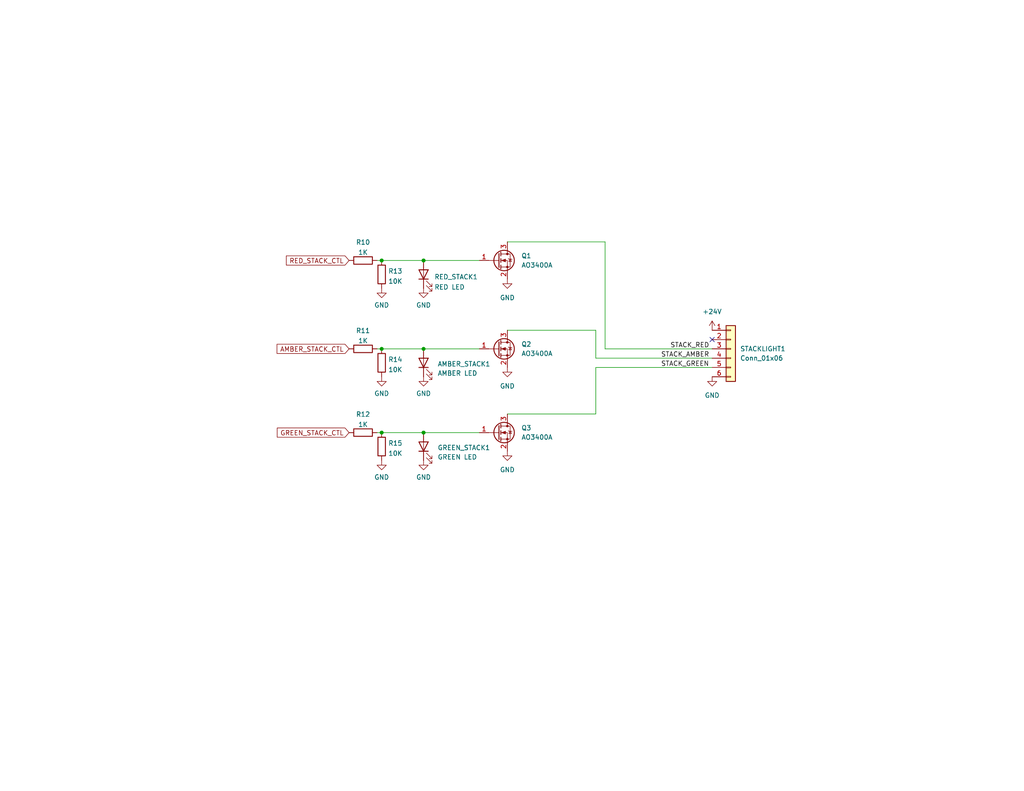
<source format=kicad_sch>
(kicad_sch (version 20211123) (generator eeschema)
  (paper "A")
  (title_block (title "Stacklight Control") (date "2022-10-17") (rev "1") (company "i3Detroit"))
  (lib_symbols
    (symbol "Connector_Generic:Conn_01x06" (pin_names (offset 1.016) hide)
      (property "Reference" "J" (at 0 7.62 0))
      (property "Value" "Conn_01x06" (at 0 -10.16 0))
      (symbol "Conn_01x06_1_1"
        (rectangle (start -1.27 -7.493) (end 0 -7.747) (stroke (width 0.1524)))
        (rectangle (start -1.27 -4.953) (end 0 -5.207) (stroke (width 0.1524)))
        (rectangle (start -1.27 -2.413) (end 0 -2.667) (stroke (width 0.1524)))
        (rectangle (start -1.27 0.127) (end 0 -0.127) (stroke (width 0.1524)))
        (rectangle (start -1.27 2.667) (end 0 2.413) (stroke (width 0.1524)))
        (rectangle (start -1.27 5.207) (end 0 4.953) (stroke (width 0.1524)))
        (rectangle (start -1.27 6.35) (end 1.27 -8.89) (stroke (width 0.254)) (fill (type background)))
        (pin passive line (at -5.08 5.08 0) (length 3.81) (name "Pin_1") (number "1"))
        (pin passive line (at -5.08 2.54 0) (length 3.81) (name "Pin_2") (number "2"))
        (pin passive line (at -5.08 0 0) (length 3.81) (name "Pin_3") (number "3"))
        (pin passive line (at -5.08 -2.54 0) (length 3.81) (name "Pin_4") (number "4"))
        (pin passive line (at -5.08 -5.08 0) (length 3.81) (name "Pin_5") (number "5"))
        (pin passive line (at -5.08 -7.62 0) (length 3.81) (name "Pin_6") (number "6"))
      )
    )
    (symbol "Device:LED" (pin_numbers hide) (pin_names (offset 1.016) hide)
      (property "Reference" "D" (at 0 2.54 0))
      (property "Value" "LED" (at 0 -2.54 0))
      (symbol "LED_0_1"
        (polyline (pts (xy -1.27 -1.27) (xy -1.27 1.27)) (stroke (width 0.254)))
        (polyline (pts (xy -1.27 0) (xy 1.27 0)))
        (polyline (pts (xy 1.27 -1.27) (xy 1.27 1.27) (xy -1.27 0) (xy 1.27 -1.27)) (stroke (width 0.254)))
        (polyline (pts (xy -3.048 -0.762) (xy -4.572 -2.286) (xy -3.81 -2.286) (xy -4.572 -2.286) (xy -4.572 -1.524)))
        (polyline (pts (xy -1.778 -0.762) (xy -3.302 -2.286) (xy -2.54 -2.286) (xy -3.302 -2.286) (xy -3.302 -1.524)))
      )
      (symbol "LED_1_1"
        (pin passive line (at -3.81 0 0) (length 2.54) (name "K") (number "1"))
        (pin passive line (at 3.81 0 180) (length 2.54) (name "A") (number "2"))
      )
    )
    (symbol "Device:R" (pin_numbers hide) (pin_names (offset 0))
      (property "Reference" "R" (at 2.032 0 90))
      (property "Value" "R" (at 0 0 90))
      (symbol "R_0_1"
        (rectangle (start -1.016 -2.54) (end 1.016 2.54) (stroke (width 0.254)))
      )
      (symbol "R_1_1"
        (pin passive line (at 0 3.81 270) (length 1.27) (name "~") (number "1"))
        (pin passive line (at 0 -3.81 90) (length 1.27) (name "~") (number "2"))
      )
    )
    (symbol "Transistor_FET:AO3400A" (pin_names hide)
      (property "Reference" "Q" (at 5.08 1.905 0))
      (property "Value" "AO3400A" (at 5.08 0 0))
      (symbol "AO3400A_0_1"
        (polyline (pts (xy 0.254 0) (xy -2.54 0)))
        (polyline (pts (xy 0.254 1.905) (xy 0.254 -1.905)) (stroke (width 0.254)))
        (polyline (pts (xy 0.762 -1.27) (xy 0.762 -2.286)) (stroke (width 0.254)))
        (polyline (pts (xy 0.762 0.508) (xy 0.762 -0.508)) (stroke (width 0.254)))
        (polyline (pts (xy 0.762 2.286) (xy 0.762 1.27)) (stroke (width 0.254)))
        (polyline (pts (xy 2.54 2.54) (xy 2.54 1.778)))
        (polyline (pts (xy 2.54 -2.54) (xy 2.54 0) (xy 0.762 0)))
        (polyline (pts (xy 0.762 -1.778) (xy 3.302 -1.778) (xy 3.302 1.778) (xy 0.762 1.778)))
        (polyline (pts (xy 1.016 0) (xy 2.032 0.381) (xy 2.032 -0.381) (xy 1.016 0)) (fill (type outline)))
        (polyline (pts (xy 2.794 0.508) (xy 2.921 0.381) (xy 3.683 0.381) (xy 3.81 0.254)))
        (polyline (pts (xy 3.302 0.381) (xy 2.921 -0.254) (xy 3.683 -0.254) (xy 3.302 0.381)))
        (circle (center 1.651 0) (radius 2.794) (stroke (width 0.254)))
        (circle (center 2.54 -1.778) (radius 0.254) (fill (type outline)))
        (circle (center 2.54 1.778) (radius 0.254) (fill (type outline)))
      )
      (symbol "AO3400A_1_1"
        (pin input line (at -5.08 0 0) (length 2.54) (name "G") (number "1"))
        (pin passive line (at 2.54 -5.08 90) (length 2.54) (name "S") (number "2"))
        (pin passive line (at 2.54 5.08 270) (length 2.54) (name "D") (number "3"))
      )
    )
    (symbol "power:+24V" (power) (pin_names (offset 0))
      (property "Value" "+24V" (at 0 3.556 0))
      (symbol "+24V_0_1"
        (polyline (pts (xy -0.762 1.27) (xy 0 2.54)))
        (polyline (pts (xy 0 0) (xy 0 2.54)))
        (polyline (pts (xy 0 2.54) (xy 0.762 1.27)))
      )
      (symbol "+24V_1_1"
        (pin power_in line (at 0 0 90) (length 0) hide (name "+24V") (number "1"))
      )
    )
    (symbol "power:GND" (power) (pin_names (offset 0))
      (property "Value" "GND" (at 0 -3.81 0))
      (symbol "GND_0_1"
        (polyline (pts (xy 0 0) (xy 0 -1.27) (xy 1.27 -1.27) (xy 0 -2.54) (xy -1.27 -1.27) (xy 0 -1.27)))
      )
      (symbol "GND_1_1"
        (pin power_in line (at 0 0 270) (length 0) hide (name "GND") (number "1"))
      )
    )
  )
  (junction (at 104.14 118.11))
  (junction (at 115.57 95.25))
  (junction (at 115.57 118.11))
  (junction (at 104.14 95.25))
  (junction (at 115.57 71.12))
  (junction (at 104.14 71.12))
  (no_connect (at 194.31 92.71))
  (wire (pts (xy 115.57 118.11) (xy 130.81 118.11)))
  (wire (pts (xy 162.56 90.17) (xy 138.43 90.17)))
  (wire (pts (xy 138.43 113.03) (xy 162.56 113.03)))
  (wire (pts (xy 165.1 66.04) (xy 138.43 66.04)))
  (wire (pts (xy 115.57 71.12) (xy 130.81 71.12)))
  (wire (pts (xy 162.56 100.33) (xy 162.56 113.03)))
  (wire (pts (xy 104.14 71.12) (xy 115.57 71.12)))
  (wire (pts (xy 162.56 100.33) (xy 194.31 100.33)))
  (wire (pts (xy 165.1 95.25) (xy 165.1 66.04)))
  (wire (pts (xy 162.56 97.79) (xy 194.31 97.79)))
  (wire (pts (xy 102.87 118.11) (xy 104.14 118.11)))
  (wire (pts (xy 115.57 95.25) (xy 130.81 95.25)))
  (wire (pts (xy 102.87 71.12) (xy 104.14 71.12)))
  (wire (pts (xy 162.56 97.79) (xy 162.56 90.17)))
  (wire (pts (xy 165.1 95.25) (xy 194.31 95.25)))
  (wire (pts (xy 104.14 118.11) (xy 115.57 118.11)))
  (wire (pts (xy 104.14 95.25) (xy 115.57 95.25)))
  (wire (pts (xy 102.87 95.25) (xy 104.14 95.25)))
  (label "STACK_GREEN" (at 180.34 100.33 0))
  (label "STACK_RED" (at 182.88 95.25 0))
  (label "STACK_AMBER" (at 180.34 97.79 0))
  (global_label "RED_STACK_CTL" (shape input) (at 95.25 71.12 180) (property "Intersheet References" "${INTERSHEET_REFS}" (at 78.1412 71.0406 0) (effects (justify right))))
  (global_label "AMBER_STACK_CTL" (shape input) (at 95.25 95.25 180) (property "Intersheet References" "${INTERSHEET_REFS}" (at 75.6012 95.1706 0) (effects (justify right))))
  (global_label "GREEN_STACK_CTL" (shape input) (at 95.25 118.11 180) (property "Intersheet References" "${INTERSHEET_REFS}" (at 75.6617 118.0306 0) (effects (justify right))))
  (symbol (lib_id "Device:LED") (at 115.57 121.92 90) (unit 1)
    (property "Reference" "GREEN_STACK1" (at 119.38 122.2374 90) (effects (justify right)))
    (property "Value" "GREEN LED" (at 119.38 124.7774 90) (effects (justify right)))
    (property "Footprint" "LED_SMD:LED_0603_1608Metric" (effects hide))
  )
  (symbol (lib_id "power:GND") (at 194.31 102.87 0) (unit 1)
    (property "Reference" "#PWR094" (effects hide))
    (property "Value" "GND" (at 194.31 107.95 0))
  )
  (symbol (lib_id "Device:R") (at 104.14 74.93 0) (unit 1)
    (property "Reference" "R13" (at 105.918 74.0215 0) (effects (justify left)))
    (property "Value" "10K" (at 105.918 76.7966 0) (effects (justify left)))
    (property "Footprint" "Resistor_SMD:R_0603_1608Metric" (effects hide))
  )
  (symbol (lib_id "Transistor_FET:AO3400A") (at 135.89 95.25 0) (unit 1)
    (property "Reference" "Q2" (at 142.24 93.9799 0) (effects (justify left)))
    (property "Value" "AO3400A" (at 142.24 96.5199 0) (effects (justify left)))
    (property "Footprint" "Package_TO_SOT_SMD:SOT-23" (effects hide))
    (property "Datasheet" "http://www.aosmd.com/pdfs/datasheet/AO3400A.pdf" (effects hide))
  )
  (symbol (lib_id "Device:R") (at 99.06 118.11 90) (unit 1)
    (property "Reference" "R12" (at 99.06 113.1275 90))
    (property "Value" "1K" (at 99.06 115.9026 90))
    (property "Footprint" "Resistor_SMD:R_0603_1608Metric" (effects hide))
  )
  (symbol (lib_id "Device:LED") (at 115.57 74.93 90) (unit 1)
    (property "Reference" "RED_STACK1" (at 118.491 75.609 90) (effects (justify right)))
    (property "Value" "RED LED" (at 118.491 78.3841 90) (effects (justify right)))
    (property "Footprint" "LED_SMD:LED_0603_1608Metric" (effects hide))
  )
  (symbol (lib_id "power:GND") (at 104.14 125.73 0) (unit 1)
    (property "Reference" "#PWR039" (effects hide))
    (property "Value" "GND" (at 104.14 130.2925 0))
  )
  (symbol (lib_id "power:+24V") (at 194.31 90.17 0) (unit 1)
    (property "Reference" "#PWR046" (effects hide))
    (property "Value" "+24V" (at 194.31 85.09 0))
  )
  (symbol (lib_id "Device:R") (at 99.06 95.25 90) (unit 1)
    (property "Reference" "R11" (at 99.06 90.2675 90))
    (property "Value" "1K" (at 99.06 93.0426 90))
    (property "Footprint" "Resistor_SMD:R_0603_1608Metric" (effects hide))
  )
  (symbol (lib_id "power:GND") (at 115.57 102.87 0) (unit 1)
    (property "Reference" "#PWR041" (effects hide))
    (property "Value" "GND" (at 115.57 107.4325 0))
  )
  (symbol (lib_id "power:GND") (at 104.14 102.87 0) (unit 1)
    (property "Reference" "#PWR038" (effects hide))
    (property "Value" "GND" (at 104.14 107.4325 0))
  )
  (symbol (lib_id "Device:R") (at 99.06 71.12 90) (unit 1)
    (property "Reference" "R10" (at 99.06 66.1375 90))
    (property "Value" "1K" (at 99.06 68.9126 90))
    (property "Footprint" "Resistor_SMD:R_0603_1608Metric" (effects hide))
  )
  (symbol (lib_id "power:GND") (at 104.14 78.74 0) (unit 1)
    (property "Reference" "#PWR037" (effects hide))
    (property "Value" "GND" (at 104.14 83.3025 0))
  )
  (symbol (lib_id "power:GND") (at 115.57 125.73 0) (unit 1)
    (property "Reference" "#PWR042" (effects hide))
    (property "Value" "GND" (at 115.57 130.2925 0))
  )
  (symbol (lib_id "Device:R") (at 104.14 99.06 0) (unit 1)
    (property "Reference" "R14" (at 105.918 98.1515 0) (effects (justify left)))
    (property "Value" "10K" (at 105.918 100.9266 0) (effects (justify left)))
    (property "Footprint" "Resistor_SMD:R_0603_1608Metric" (effects hide))
  )
  (symbol (lib_id "power:GND") (at 138.43 76.2 0) (unit 1)
    (property "Reference" "#PWR043" (effects hide))
    (property "Value" "GND" (at 138.43 81.28 0))
  )
  (symbol (lib_id "Transistor_FET:AO3400A") (at 135.89 118.11 0) (unit 1)
    (property "Reference" "Q3" (at 142.24 116.8399 0) (effects (justify left)))
    (property "Value" "AO3400A" (at 142.24 119.3799 0) (effects (justify left)))
    (property "Footprint" "Package_TO_SOT_SMD:SOT-23" (effects hide))
    (property "Datasheet" "http://www.aosmd.com/pdfs/datasheet/AO3400A.pdf" (effects hide))
  )
  (symbol (lib_id "power:GND") (at 138.43 123.19 0) (unit 1)
    (property "Reference" "#PWR045" (effects hide))
    (property "Value" "GND" (at 138.43 128.27 0))
  )
  (symbol (lib_id "power:GND") (at 115.57 78.74 0) (unit 1)
    (property "Reference" "#PWR040" (effects hide))
    (property "Value" "GND" (at 115.57 83.3025 0))
  )
  (symbol (lib_id "Device:R") (at 104.14 121.92 0) (unit 1)
    (property "Reference" "R15" (at 105.918 121.0115 0) (effects (justify left)))
    (property "Value" "10K" (at 105.918 123.7866 0) (effects (justify left)))
    (property "Footprint" "Resistor_SMD:R_0603_1608Metric" (effects hide))
  )
  (symbol (lib_id "Connector_Generic:Conn_01x06") (at 199.39 95.25 0) (unit 1)
    (property "Reference" "STACKLIGHT1" (at 201.93 95.2499 0) (effects (justify left)))
    (property "Value" "Conn_01x06" (at 201.93 97.7899 0) (effects (justify left)))
    (property "Footprint" "Connector_PinHeader_2.54mm:PinHeader_1x06_P2.54mm_Horizontal" (effects hide))
  )
  (symbol (lib_id "power:GND") (at 138.43 100.33 0) (unit 1)
    (property "Reference" "#PWR044" (effects hide))
    (property "Value" "GND" (at 138.43 105.41 0))
  )
  (symbol (lib_id "Transistor_FET:AO3400A") (at 135.89 71.12 0) (unit 1)
    (property "Reference" "Q1" (at 142.24 69.8499 0) (effects (justify left)))
    (property "Value" "AO3400A" (at 142.24 72.3899 0) (effects (justify left)))
    (property "Footprint" "Package_TO_SOT_SMD:SOT-23" (effects hide))
    (property "Datasheet" "http://www.aosmd.com/pdfs/datasheet/AO3400A.pdf" (effects hide))
  )
  (symbol (lib_id "Device:LED") (at 115.57 99.06 90) (unit 1)
    (property "Reference" "AMBER_STACK1" (at 119.38 99.3774 90) (effects (justify right)))
    (property "Value" "AMBER LED" (at 119.38 101.9174 90) (effects (justify right)))
    (property "Footprint" "LED_SMD:LED_0603_1608Metric" (effects hide))
  )
)
</source>
